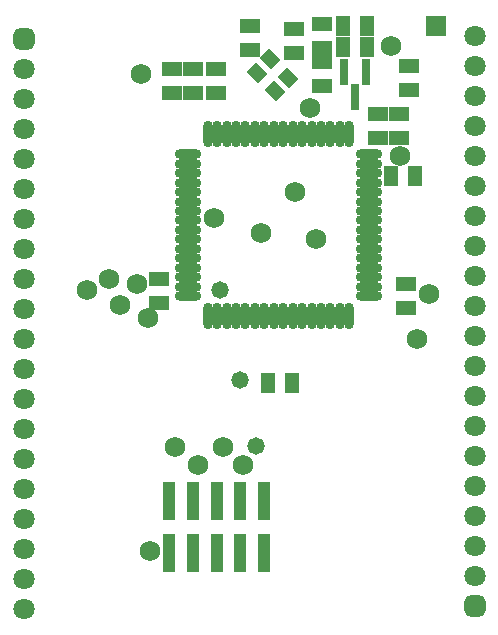
<source format=gbr>
G04*
G04 #@! TF.GenerationSoftware,Altium Limited,Altium Designer,24.3.1 (35)*
G04*
G04 Layer_Color=8388736*
%FSLAX25Y25*%
%MOIN*%
G70*
G04*
G04 #@! TF.SameCoordinates,0CBC8BA6-70FB-484C-93A1-0B89DDC4EC94*
G04*
G04*
G04 #@! TF.FilePolarity,Negative*
G04*
G01*
G75*
%ADD21R,0.04016X0.12658*%
G04:AMPARAMS|DCode=22|XSize=55.12mil|YSize=45.28mil|CornerRadius=0mil|HoleSize=0mil|Usage=FLASHONLY|Rotation=315.000|XOffset=0mil|YOffset=0mil|HoleType=Round|Shape=Rectangle|*
%AMROTATEDRECTD22*
4,1,4,-0.03550,0.00348,-0.00348,0.03550,0.03550,-0.00348,0.00348,-0.03550,-0.03550,0.00348,0.0*
%
%ADD22ROTATEDRECTD22*%

%ADD24R,0.06800X0.04800*%
%ADD25R,0.03162X0.09068*%
%ADD26O,0.08871X0.03162*%
%ADD27O,0.03162X0.08871*%
%ADD28R,0.04800X0.06800*%
%ADD29C,0.03800*%
%ADD30R,0.07100X0.07100*%
%ADD31C,0.07099*%
G04:AMPARAMS|DCode=32|XSize=70.99mil|YSize=70.99mil|CornerRadius=19.75mil|HoleSize=0mil|Usage=FLASHONLY|Rotation=90.000|XOffset=0mil|YOffset=0mil|HoleType=Round|Shape=RoundedRectangle|*
%AMROUNDEDRECTD32*
21,1,0.07099,0.03150,0,0,90.0*
21,1,0.03150,0.07099,0,0,90.0*
1,1,0.03950,0.01575,0.01575*
1,1,0.03950,0.01575,-0.01575*
1,1,0.03950,-0.01575,-0.01575*
1,1,0.03950,-0.01575,0.01575*
%
%ADD32ROUNDEDRECTD32*%
%ADD33C,0.06800*%
%ADD34C,0.05800*%
D21*
X345126Y246354D02*
D03*
X353000D02*
D03*
X360874D02*
D03*
X368748D02*
D03*
X376622D02*
D03*
X345126Y263500D02*
D03*
X353000D02*
D03*
X360874D02*
D03*
X368748D02*
D03*
X376622D02*
D03*
D22*
X374211Y406335D02*
D03*
X380335Y400211D02*
D03*
X384789Y404665D02*
D03*
X378665Y410789D02*
D03*
D24*
X386500Y421000D02*
D03*
Y413000D02*
D03*
X414500Y384500D02*
D03*
Y392500D02*
D03*
X396000Y414500D02*
D03*
Y422500D02*
D03*
X421500Y392500D02*
D03*
Y384500D02*
D03*
X396000Y402000D02*
D03*
Y410000D02*
D03*
X360500Y407500D02*
D03*
Y399500D02*
D03*
X372000Y414000D02*
D03*
Y422000D02*
D03*
X424000Y328000D02*
D03*
Y336000D02*
D03*
X341500Y337500D02*
D03*
Y329500D02*
D03*
X425000Y408500D02*
D03*
Y400500D02*
D03*
X353000Y407500D02*
D03*
Y399500D02*
D03*
X346000Y407500D02*
D03*
Y399500D02*
D03*
D25*
X410740Y406634D02*
D03*
X403260D02*
D03*
X407000Y398366D02*
D03*
D26*
X351185Y379122D02*
D03*
Y375972D02*
D03*
Y372823D02*
D03*
Y369673D02*
D03*
Y366524D02*
D03*
Y363374D02*
D03*
Y360224D02*
D03*
Y357075D02*
D03*
Y353925D02*
D03*
Y350776D02*
D03*
Y347626D02*
D03*
Y344476D02*
D03*
Y341327D02*
D03*
Y338177D02*
D03*
Y335028D02*
D03*
Y331878D02*
D03*
X411815D02*
D03*
Y335028D02*
D03*
Y338177D02*
D03*
Y341327D02*
D03*
Y344476D02*
D03*
Y347626D02*
D03*
Y350776D02*
D03*
Y353925D02*
D03*
Y357075D02*
D03*
Y360224D02*
D03*
Y363374D02*
D03*
Y366524D02*
D03*
Y369673D02*
D03*
Y372823D02*
D03*
Y375972D02*
D03*
Y379122D02*
D03*
D27*
X357878Y325185D02*
D03*
X361028D02*
D03*
X364177D02*
D03*
X367327D02*
D03*
X370476D02*
D03*
X373626D02*
D03*
X376776D02*
D03*
X379925D02*
D03*
X383075D02*
D03*
X386224D02*
D03*
X389374D02*
D03*
X392524D02*
D03*
X395673D02*
D03*
X398823D02*
D03*
X401972D02*
D03*
X405122D02*
D03*
Y385815D02*
D03*
X401972D02*
D03*
X398823D02*
D03*
X395673D02*
D03*
X392524D02*
D03*
X389374D02*
D03*
X386224D02*
D03*
X383075D02*
D03*
X379925D02*
D03*
X376776D02*
D03*
X373626D02*
D03*
X370476D02*
D03*
X367327D02*
D03*
X364177D02*
D03*
X361028D02*
D03*
X357878D02*
D03*
D28*
X411000Y415000D02*
D03*
X403000D02*
D03*
X378000Y303000D02*
D03*
X386000D02*
D03*
X427000Y372000D02*
D03*
X419000D02*
D03*
X411000Y422000D02*
D03*
X403000D02*
D03*
D29*
X434000D02*
D03*
D30*
D03*
D31*
X447000Y408500D02*
D03*
Y368500D02*
D03*
Y338500D02*
D03*
Y328500D02*
D03*
Y318500D02*
D03*
Y298500D02*
D03*
Y288500D02*
D03*
Y268500D02*
D03*
Y248500D02*
D03*
Y238500D02*
D03*
Y258500D02*
D03*
Y278500D02*
D03*
Y308500D02*
D03*
Y348500D02*
D03*
Y358500D02*
D03*
Y378500D02*
D03*
Y388500D02*
D03*
Y398500D02*
D03*
Y418500D02*
D03*
X296500Y277500D02*
D03*
Y307500D02*
D03*
Y317500D02*
D03*
Y327500D02*
D03*
Y347500D02*
D03*
Y357500D02*
D03*
Y377500D02*
D03*
Y397500D02*
D03*
Y407500D02*
D03*
Y387500D02*
D03*
Y367500D02*
D03*
Y337500D02*
D03*
Y297500D02*
D03*
Y287500D02*
D03*
Y267500D02*
D03*
Y257500D02*
D03*
Y247500D02*
D03*
Y237500D02*
D03*
Y227500D02*
D03*
D32*
X447000Y228500D02*
D03*
X296500Y417500D02*
D03*
D33*
X387000Y366500D02*
D03*
X394000Y351000D02*
D03*
X375500Y353000D02*
D03*
X360000Y358000D02*
D03*
X419044Y415299D02*
D03*
X431500Y332500D02*
D03*
X334443Y336000D02*
D03*
X328750Y329053D02*
D03*
X338000Y324500D02*
D03*
X324943Y337557D02*
D03*
X335500Y406000D02*
D03*
X392000Y394500D02*
D03*
X369500Y275500D02*
D03*
X363000Y281500D02*
D03*
X354500Y275500D02*
D03*
X347000Y281500D02*
D03*
X338500Y247000D02*
D03*
X317500Y334000D02*
D03*
X422000Y378500D02*
D03*
X427500Y317500D02*
D03*
D34*
X374000Y282000D02*
D03*
X368733Y303767D02*
D03*
X362000Y334000D02*
D03*
M02*

</source>
